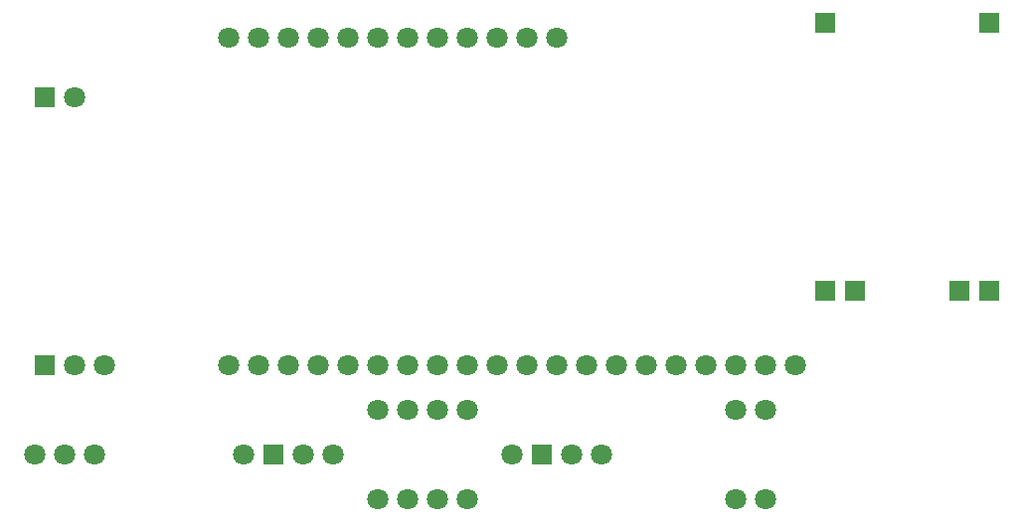
<source format=gbl>
%TF.GenerationSoftware,KiCad,Pcbnew,9.0.0*%
%TF.CreationDate,2025-03-09T14:02:56-07:00*%
%TF.ProjectId,tag,7461672e-6b69-4636-9164-5f7063625858,v0.1*%
%TF.SameCoordinates,Original*%
%TF.FileFunction,Copper,L2,Bot*%
%TF.FilePolarity,Positive*%
%FSLAX46Y46*%
G04 Gerber Fmt 4.6, Leading zero omitted, Abs format (unit mm)*
G04 Created by KiCad (PCBNEW 9.0.0) date 2025-03-09 14:02:56*
%MOMM*%
%LPD*%
G01*
G04 APERTURE LIST*
%TA.AperFunction,ComponentPad*%
%ADD10C,1.800000*%
%TD*%
%TA.AperFunction,ComponentPad*%
%ADD11R,1.800000X1.800000*%
%TD*%
G04 APERTURE END LIST*
D10*
%TO.P,ESP32_UWB1,1,3V3*%
%TO.N,Net-(ESP32_UWB1-3V3)*%
X40855000Y-48260000D03*
%TO.P,ESP32_UWB1,2,GND*%
%TO.N,unconnected-(ESP32_UWB1-GND-Pad2)*%
X43395000Y-48260000D03*
%TO.P,ESP32_UWB1,3,RST*%
%TO.N,unconnected-(ESP32_UWB1-RST-Pad3)*%
X45935000Y-48260000D03*
%TO.P,ESP32_UWB1,4,GND*%
%TO.N,unconnected-(ESP32_UWB1-GND-Pad4)*%
X48475000Y-48260000D03*
%TO.P,ESP32_UWB1,5,IO2*%
%TO.N,unconnected-(ESP32_UWB1-IO2-Pad5)*%
X51015000Y-48260000D03*
%TO.P,ESP32_UWB1,6,IO12*%
%TO.N,Net-(ESP32_UWB1-IO12)*%
X53555000Y-48260000D03*
%TO.P,ESP32_UWB1,7,IO13*%
%TO.N,Net-(ESP32_UWB1-IO13)*%
X56095000Y-48260000D03*
%TO.P,ESP32_UWB1,8,IO14*%
%TO.N,Net-(ESP32_UWB1-IO14)*%
X58635000Y-48260000D03*
%TO.P,ESP32_UWB1,9,IO15*%
%TO.N,Net-(ESP32_UWB1-IO15)*%
X61175000Y-48260000D03*
%TO.P,ESP32_UWB1,10,IO18*%
%TO.N,unconnected-(ESP32_UWB1-IO18-Pad10)*%
X63715000Y-48260000D03*
%TO.P,ESP32_UWB1,11,IO19*%
%TO.N,unconnected-(ESP32_UWB1-IO19-Pad11)*%
X66255000Y-48260000D03*
%TO.P,ESP32_UWB1,12,IO25*%
%TO.N,unconnected-(ESP32_UWB1-IO25-Pad12)*%
X68795000Y-48260000D03*
%TO.P,ESP32_UWB1,13,IO26*%
%TO.N,unconnected-(ESP32_UWB1-IO26-Pad13)*%
X71335000Y-48260000D03*
%TO.P,ESP32_UWB1,14,IO27*%
%TO.N,unconnected-(ESP32_UWB1-IO27-Pad14)*%
X73875000Y-48260000D03*
%TO.P,ESP32_UWB1,15,IO32*%
%TO.N,unconnected-(ESP32_UWB1-IO32-Pad15)*%
X76415000Y-48260000D03*
%TO.P,ESP32_UWB1,16,IO33*%
%TO.N,unconnected-(ESP32_UWB1-IO33-Pad16)*%
X78955000Y-48260000D03*
%TO.P,ESP32_UWB1,17,IO34*%
%TO.N,unconnected-(ESP32_UWB1-IO34-Pad17)*%
X81495000Y-48260000D03*
%TO.P,ESP32_UWB1,18,IO35*%
%TO.N,unconnected-(ESP32_UWB1-IO35-Pad18)*%
X84035000Y-48260000D03*
%TO.P,ESP32_UWB1,19,IO36*%
%TO.N,unconnected-(ESP32_UWB1-IO36-Pad19)*%
X86575000Y-48260000D03*
%TO.P,ESP32_UWB1,20,IO39*%
%TO.N,Net-(ESP32_UWB1-IO39)*%
X89115000Y-48260000D03*
%TO.P,ESP32_UWB1,21,5V0*%
%TO.N,Net-(ESP32_UWB1-5V0)*%
X40855000Y-20320000D03*
%TO.P,ESP32_UWB1,22,GND*%
%TO.N,Net-(Battery_Charger1-OUT-)*%
X43395000Y-20320000D03*
%TO.P,ESP32_UWB1,23,IO3*%
%TO.N,unconnected-(ESP32_UWB1-IO3-Pad23)*%
X45935000Y-20320000D03*
%TO.P,ESP32_UWB1,24,IO1*%
%TO.N,unconnected-(ESP32_UWB1-IO1-Pad24)*%
X48475000Y-20320000D03*
%TO.P,ESP32_UWB1,25,IO0*%
%TO.N,unconnected-(ESP32_UWB1-IO0-Pad25)*%
X51015000Y-20320000D03*
%TO.P,ESP32_UWB1,26,IO4*%
%TO.N,unconnected-(ESP32_UWB1-IO4-Pad26)*%
X53555000Y-20320000D03*
%TO.P,ESP32_UWB1,27,IO5*%
%TO.N,unconnected-(ESP32_UWB1-IO5-Pad27)*%
X56095000Y-20320000D03*
%TO.P,ESP32_UWB1,28,IO16*%
%TO.N,unconnected-(ESP32_UWB1-IO16-Pad28)*%
X58635000Y-20320000D03*
%TO.P,ESP32_UWB1,29,IO17*%
%TO.N,unconnected-(ESP32_UWB1-IO17-Pad29)*%
X61175000Y-20320000D03*
%TO.P,ESP32_UWB1,30,IO21*%
%TO.N,unconnected-(ESP32_UWB1-IO21-Pad30)*%
X63715000Y-20320000D03*
%TO.P,ESP32_UWB1,31,IO22*%
%TO.N,unconnected-(ESP32_UWB1-IO22-Pad31)*%
X66255000Y-20320000D03*
%TO.P,ESP32_UWB1,32,IO23*%
%TO.N,unconnected-(ESP32_UWB1-IO23-Pad32)*%
X68795000Y-20320000D03*
%TD*%
D11*
%TO.P,5V_DC_DC_Converter1,1,+*%
%TO.N,Net-(5V_DC_DC_Converter1-+-Pad1)*%
X25185000Y-48260000D03*
D10*
%TO.P,5V_DC_DC_Converter1,2,CTL*%
%TO.N,unconnected-(5V_DC_DC_Converter1-CTL-Pad2)*%
X27725000Y-48260000D03*
%TO.P,5V_DC_DC_Converter1,3,-*%
%TO.N,Net-(Battery_Charger1-OUT-)*%
X30265000Y-48260000D03*
D11*
%TO.P,5V_DC_DC_Converter1,4,+*%
%TO.N,Net-(ESP32_UWB1-5V0)*%
X25185000Y-25400000D03*
D10*
%TO.P,5V_DC_DC_Converter1,5,-*%
%TO.N,Net-(Battery_Charger1-OUT-)*%
X27725000Y-25400000D03*
%TD*%
%TO.P,R1,1*%
%TO.N,Net-(RGB_LED_ROUND1-R)*%
X53555000Y-59690000D03*
%TO.P,R1,2*%
%TO.N,Net-(ESP32_UWB1-IO12)*%
X53555000Y-52070000D03*
%TD*%
%TO.P,RGB_LED_ROUND1,1,R*%
%TO.N,Net-(RGB_LED_ROUND1-R)*%
X42125000Y-55880000D03*
D11*
%TO.P,RGB_LED_ROUND1,2,VCC*%
%TO.N,Net-(ESP32_UWB1-3V3)*%
X44665000Y-55880000D03*
D10*
%TO.P,RGB_LED_ROUND1,3,G*%
%TO.N,Net-(RGB_LED_ROUND1-G)*%
X47205000Y-55880000D03*
%TO.P,RGB_LED_ROUND1,4,B*%
%TO.N,unconnected-(RGB_LED_ROUND1-B-Pad4)*%
X49745000Y-55880000D03*
%TD*%
%TO.P,R2,1*%
%TO.N,Net-(RGB_LED_ROUND1-G)*%
X56095000Y-59690000D03*
%TO.P,R2,2*%
%TO.N,Net-(ESP32_UWB1-IO13)*%
X56095000Y-52070000D03*
%TD*%
%TO.P,R4,1*%
%TO.N,Net-(RGB_LED_ROUND2-G)*%
X61175000Y-59690000D03*
%TO.P,R4,2*%
%TO.N,Net-(ESP32_UWB1-IO15)*%
X61175000Y-52070000D03*
%TD*%
%TO.P,RGB_LED_ROUND2,1,R*%
%TO.N,Net-(RGB_LED_ROUND2-R)*%
X64985000Y-55880000D03*
D11*
%TO.P,RGB_LED_ROUND2,2,VCC*%
%TO.N,Net-(ESP32_UWB1-3V3)*%
X67525000Y-55880000D03*
D10*
%TO.P,RGB_LED_ROUND2,3,G*%
%TO.N,Net-(RGB_LED_ROUND2-G)*%
X70065000Y-55880000D03*
%TO.P,RGB_LED_ROUND2,4,B*%
%TO.N,unconnected-(RGB_LED_ROUND2-B-Pad4)*%
X72605000Y-55880000D03*
%TD*%
%TO.P,R3,1*%
%TO.N,Net-(RGB_LED_ROUND2-R)*%
X58635000Y-59690000D03*
%TO.P,R3,2*%
%TO.N,Net-(ESP32_UWB1-IO14)*%
X58635000Y-52070000D03*
%TD*%
%TO.P,R6,1*%
%TO.N,Net-(Battery_Charger1-OUT-)*%
X86575000Y-59690000D03*
%TO.P,R6,2*%
%TO.N,Net-(ESP32_UWB1-IO39)*%
X86575000Y-52070000D03*
%TD*%
%TO.P,ON_OFF_SWITCH1,1*%
%TO.N,unconnected-(ON_OFF_SWITCH1-Pad1)*%
X24345000Y-55880000D03*
%TO.P,ON_OFF_SWITCH1,2*%
%TO.N,Net-(5V_DC_DC_Converter1-+-Pad1)*%
X26885000Y-55880000D03*
%TO.P,ON_OFF_SWITCH1,3*%
%TO.N,Net-(Battery_Charger1-OUT+)*%
X29425000Y-55880000D03*
%TD*%
%TO.P,R5,1*%
%TO.N,Net-(5V_DC_DC_Converter1-+-Pad1)*%
X84035000Y-59690000D03*
%TO.P,R5,2*%
%TO.N,Net-(ESP32_UWB1-IO39)*%
X84035000Y-52070000D03*
%TD*%
D11*
%TO.P,Battery_Charger1,1,+*%
%TO.N,unconnected-(Battery_Charger1-+-Pad1)*%
X91655000Y-19050000D03*
%TO.P,Battery_Charger1,2,-*%
%TO.N,unconnected-(Battery_Charger1---Pad2)*%
X105625000Y-19050000D03*
%TO.P,Battery_Charger1,3,OUT+*%
%TO.N,Net-(Battery_Charger1-OUT+)*%
X91655000Y-41910000D03*
%TO.P,Battery_Charger1,4,B+*%
%TO.N,unconnected-(Battery_Charger1-B+-Pad4)*%
X94195000Y-41910000D03*
%TO.P,Battery_Charger1,5,B-*%
%TO.N,unconnected-(Battery_Charger1-B--Pad5)*%
X103085000Y-41910000D03*
%TO.P,Battery_Charger1,6,OUT-*%
%TO.N,Net-(Battery_Charger1-OUT-)*%
X105625000Y-41910000D03*
%TD*%
M02*

</source>
